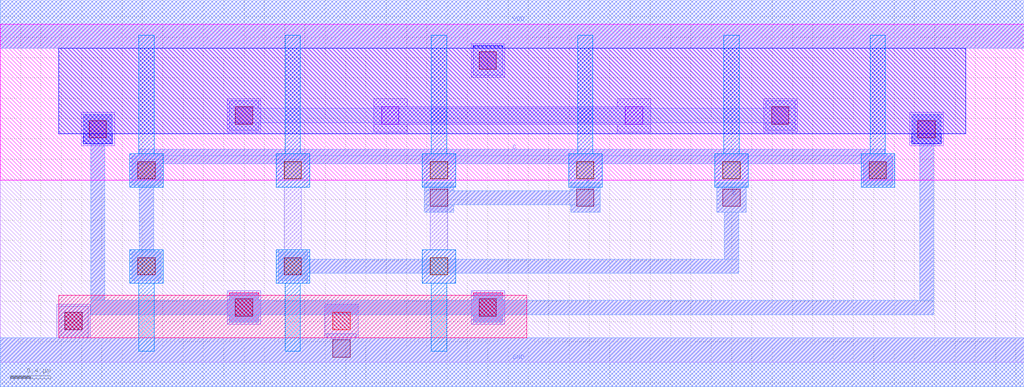
<source format=lef>
MACRO NOR3X1
 CLASS CORE ;
 FOREIGN NOR3X1 0 0 ;
 ORIGIN 0 0 ;
 SYMMETRY X Y R90 ;
 SITE UNIT ;
  PIN VDD
   DIRECTION INOUT ;
   USE SIGNAL ;
   SHAPE ABUTMENT ;
    PORT
     CLASS CORE ;
       LAYER metal2 ;
        RECT 0.00000000 3.09000000 10.08000000 3.57000000 ;
    END
  END VDD

  PIN GND
   DIRECTION INOUT ;
   USE SIGNAL ;
   SHAPE ABUTMENT ;
    PORT
     CLASS CORE ;
       LAYER metal2 ;
        RECT 0.00000000 -0.24000000 10.08000000 0.24000000 ;
    END
  END GND

  PIN Y
   DIRECTION INOUT ;
   USE SIGNAL ;
   SHAPE ABUTMENT ;
    PORT
     CLASS CORE ;
       LAYER metal2 ;
        RECT 2.25500000 0.39500000 2.54500000 0.47000000 ;
        RECT 4.65500000 0.39500000 4.94500000 0.47000000 ;
        RECT 0.89000000 0.47000000 9.19000000 0.61000000 ;
        RECT 2.25500000 0.61000000 2.54500000 0.68500000 ;
        RECT 4.65500000 0.61000000 4.94500000 0.68500000 ;
        RECT 0.89000000 0.61000000 1.03000000 2.15000000 ;
        RECT 9.05000000 0.61000000 9.19000000 2.15000000 ;
        RECT 0.81500000 2.15000000 1.10500000 2.44000000 ;
        RECT 8.97500000 2.15000000 9.26500000 2.44000000 ;
    END
  END Y

  PIN C
   DIRECTION INOUT ;
   USE SIGNAL ;
   SHAPE ABUTMENT ;
    PORT
     CLASS CORE ;
       LAYER metal2 ;
        RECT 1.29500000 0.80000000 1.58500000 1.09000000 ;
        RECT 1.37000000 1.09000000 1.51000000 1.74500000 ;
        RECT 1.29500000 1.74500000 1.58500000 1.95500000 ;
        RECT 8.49500000 1.74500000 8.78500000 1.95500000 ;
        RECT 1.29500000 1.95500000 8.78500000 2.03500000 ;
        RECT 1.37000000 2.03500000 8.71000000 2.09500000 ;
    END
  END C

  PIN B
   DIRECTION INOUT ;
   USE SIGNAL ;
   SHAPE ABUTMENT ;
    PORT
     CLASS CORE ;
       LAYER metal2 ;
        RECT 2.73500000 0.80000000 3.02500000 0.87500000 ;
        RECT 2.73500000 0.87500000 7.27000000 1.01500000 ;
        RECT 2.73500000 1.01500000 3.02500000 1.09000000 ;
        RECT 7.13000000 1.01500000 7.27000000 1.47500000 ;
        RECT 7.05500000 1.47500000 7.34500000 1.76500000 ;
    END
  END B

  PIN A
   DIRECTION INOUT ;
   USE SIGNAL ;
   SHAPE ABUTMENT ;
    PORT
     CLASS CORE ;
       LAYER metal2 ;
        RECT 4.17500000 1.47500000 4.46500000 1.55000000 ;
        RECT 5.61500000 1.47500000 5.90500000 1.55000000 ;
        RECT 4.17500000 1.55000000 5.90500000 1.69000000 ;
        RECT 4.17500000 1.69000000 4.46500000 1.76500000 ;
        RECT 5.61500000 1.69000000 5.90500000 1.76500000 ;
    END
  END A

  OBS
   LAYER abutment_box ;
    RECT 0.00000000 0.00000000 10.08000000 3.33000000 ;
  END

  OBS
   LAYER metal1 ;
    RECT 0.55500000 0.24000000 0.88500000 0.57000000 ;
    RECT 3.27500000 0.05000000 3.44500000 0.24000000 ;
    RECT 3.19500000 0.24000000 3.52500000 0.57000000 ;
    RECT 2.23500000 0.37500000 2.56500000 0.70500000 ;
    RECT 4.63500000 0.37500000 4.96500000 0.70500000 ;
    RECT 1.27500000 0.78000000 1.60500000 1.11000000 ;
    RECT 1.27500000 1.72500000 1.60500000 2.05500000 ;
    RECT 2.71500000 0.78000000 3.04500000 1.11000000 ;
    RECT 2.79500000 1.11000000 2.96500000 1.72500000 ;
    RECT 2.71500000 1.72500000 3.04500000 2.05500000 ;
    RECT 4.15500000 0.78000000 4.48500000 1.11000000 ;
    RECT 4.23500000 1.11000000 4.40500000 1.72500000 ;
    RECT 4.15500000 1.72500000 4.48500000 2.05500000 ;
    RECT 5.67500000 1.53500000 5.84500000 1.72500000 ;
    RECT 5.59500000 1.72500000 5.92500000 2.05500000 ;
    RECT 7.11500000 1.53500000 7.28500000 1.72500000 ;
    RECT 7.03500000 1.72500000 7.36500000 2.05500000 ;
    RECT 8.47500000 1.72500000 8.80500000 2.05500000 ;
    RECT 0.79500000 2.13000000 1.12500000 2.46000000 ;
    RECT 8.95500000 2.13000000 9.28500000 2.46000000 ;
    RECT 2.23500000 2.26500000 2.56500000 2.59500000 ;
    RECT 3.67500000 2.26500000 4.00500000 2.34500000 ;
    RECT 6.07500000 2.26500000 6.40500000 2.34500000 ;
    RECT 3.67500000 2.34500000 6.40500000 2.51500000 ;
    RECT 3.67500000 2.51500000 4.00500000 2.59500000 ;
    RECT 6.07500000 2.51500000 6.40500000 2.59500000 ;
    RECT 7.51500000 2.26500000 7.84500000 2.59500000 ;
    RECT 4.63500000 2.80500000 4.96500000 3.13500000 ;
  END

  OBS
   LAYER metal1_label ;

  END

  OBS
   LAYER metal1_pin ;

  END

  OBS
   LAYER metal2 ;
    RECT 0.00000000 -0.24000000 10.08000000 0.24000000 ;
    RECT 3.21500000 0.24000000 3.50500000 0.28000000 ;
    RECT 0.57500000 0.24000000 0.86500000 0.55000000 ;
    RECT 4.17500000 1.47500000 4.46500000 1.55000000 ;
    RECT 5.61500000 1.47500000 5.90500000 1.55000000 ;
    RECT 4.17500000 1.55000000 5.90500000 1.69000000 ;
    RECT 4.17500000 1.69000000 4.46500000 1.76500000 ;
    RECT 5.61500000 1.69000000 5.90500000 1.76500000 ;
    RECT 2.73500000 0.80000000 3.02500000 0.87500000 ;
    RECT 2.73500000 0.87500000 7.27000000 1.01500000 ;
    RECT 2.73500000 1.01500000 3.02500000 1.09000000 ;
    RECT 7.13000000 1.01500000 7.27000000 1.47500000 ;
    RECT 7.05500000 1.47500000 7.34500000 1.76500000 ;
    RECT 1.29500000 0.80000000 1.58500000 1.09000000 ;
    RECT 1.37000000 1.09000000 1.51000000 1.74500000 ;
    RECT 1.29500000 1.74500000 1.58500000 1.95500000 ;
    RECT 8.49500000 1.74500000 8.78500000 1.95500000 ;
    RECT 1.29500000 1.95500000 8.78500000 2.03500000 ;
    RECT 1.37000000 2.03500000 8.71000000 2.09500000 ;
    RECT 2.25500000 0.39500000 2.54500000 0.47000000 ;
    RECT 4.65500000 0.39500000 4.94500000 0.47000000 ;
    RECT 0.89000000 0.47000000 9.19000000 0.61000000 ;
    RECT 2.25500000 0.61000000 2.54500000 0.68500000 ;
    RECT 4.65500000 0.61000000 4.94500000 0.68500000 ;
    RECT 0.89000000 0.61000000 1.03000000 2.15000000 ;
    RECT 9.05000000 0.61000000 9.19000000 2.15000000 ;
    RECT 0.81500000 2.15000000 1.10500000 2.44000000 ;
    RECT 8.97500000 2.15000000 9.26500000 2.44000000 ;
    RECT 2.25500000 2.28500000 2.54500000 2.36000000 ;
    RECT 7.53500000 2.28500000 7.82500000 2.36000000 ;
    RECT 2.25500000 2.36000000 7.82500000 2.50000000 ;
    RECT 2.25500000 2.50000000 2.54500000 2.57500000 ;
    RECT 7.53500000 2.50000000 7.82500000 2.57500000 ;
    RECT 4.65500000 2.82500000 4.94500000 3.09000000 ;
    RECT 0.00000000 3.09000000 10.08000000 3.57000000 ;
  END

  OBS
   LAYER metal2_label ;

  END

  OBS
   LAYER metal2_pin ;
    RECT 0.00000000 -0.24000000 10.08000000 0.24000000 ;
    RECT 4.17500000 1.47500000 4.46500000 1.55000000 ;
    RECT 5.61500000 1.47500000 5.90500000 1.55000000 ;
    RECT 4.17500000 1.55000000 5.90500000 1.69000000 ;
    RECT 4.17500000 1.69000000 4.46500000 1.76500000 ;
    RECT 5.61500000 1.69000000 5.90500000 1.76500000 ;
    RECT 2.73500000 0.80000000 3.02500000 0.87500000 ;
    RECT 2.73500000 0.87500000 7.27000000 1.01500000 ;
    RECT 2.73500000 1.01500000 3.02500000 1.09000000 ;
    RECT 7.13000000 1.01500000 7.27000000 1.47500000 ;
    RECT 7.05500000 1.47500000 7.34500000 1.76500000 ;
    RECT 1.29500000 0.80000000 1.58500000 1.09000000 ;
    RECT 1.37000000 1.09000000 1.51000000 1.74500000 ;
    RECT 1.29500000 1.74500000 1.58500000 1.95500000 ;
    RECT 8.49500000 1.74500000 8.78500000 1.95500000 ;
    RECT 1.29500000 1.95500000 8.78500000 2.03500000 ;
    RECT 1.37000000 2.03500000 8.71000000 2.09500000 ;
    RECT 2.25500000 0.39500000 2.54500000 0.47000000 ;
    RECT 4.65500000 0.39500000 4.94500000 0.47000000 ;
    RECT 0.89000000 0.47000000 9.19000000 0.61000000 ;
    RECT 2.25500000 0.61000000 2.54500000 0.68500000 ;
    RECT 4.65500000 0.61000000 4.94500000 0.68500000 ;
    RECT 0.89000000 0.61000000 1.03000000 2.15000000 ;
    RECT 9.05000000 0.61000000 9.19000000 2.15000000 ;
    RECT 0.81500000 2.15000000 1.10500000 2.44000000 ;
    RECT 8.97500000 2.15000000 9.26500000 2.44000000 ;
    RECT 0.00000000 3.09000000 10.08000000 3.57000000 ;
  END

  OBS
   LAYER ndiff_contact ;
    RECT 0.63500000 0.32000000 0.80500000 0.49000000 ;
    RECT 3.27500000 0.32000000 3.44500000 0.49000000 ;
    RECT 2.31500000 0.45500000 2.48500000 0.62500000 ;
    RECT 4.71500000 0.45500000 4.88500000 0.62500000 ;
  END

  OBS
   LAYER ndiffusion ;
    RECT 0.57500000 0.24000000 5.18500000 0.66000000 ;
    RECT 2.25500000 0.66000000 2.54500000 0.68500000 ;
    RECT 4.65500000 0.66000000 4.94500000 0.68500000 ;
  END

  OBS
   LAYER nplus ;

  END

  OBS
   LAYER nwell ;
    RECT 0.00000000 1.79000000 10.08000000 3.33000000 ;
  END

  OBS
   LAYER pdiff_contact ;
    RECT 0.87500000 2.21000000 1.04500000 2.38000000 ;
    RECT 9.03500000 2.21000000 9.20500000 2.38000000 ;
    RECT 2.31500000 2.34500000 2.48500000 2.51500000 ;
    RECT 3.75500000 2.34500000 3.92500000 2.51500000 ;
    RECT 6.15500000 2.34500000 6.32500000 2.51500000 ;
    RECT 7.59500000 2.34500000 7.76500000 2.51500000 ;
    RECT 4.71500000 2.88500000 4.88500000 3.05500000 ;
  END

  OBS
   LAYER pdiffusion ;
    RECT 0.81500000 2.15000000 1.10500000 2.25000000 ;
    RECT 8.97500000 2.15000000 9.26500000 2.25000000 ;
    RECT 0.57500000 2.25000000 9.50500000 3.09000000 ;
    RECT 4.65500000 3.09000000 4.94500000 3.11500000 ;
  END

  OBS
   LAYER poly ;
    RECT 1.36500000 0.11000000 1.51500000 0.78000000 ;
    RECT 1.27500000 0.78000000 1.60500000 1.11000000 ;
    RECT 2.80500000 0.11000000 2.95500000 0.78000000 ;
    RECT 2.71500000 0.78000000 3.04500000 1.11000000 ;
    RECT 4.24500000 0.11000000 4.39500000 0.78000000 ;
    RECT 4.15500000 0.78000000 4.48500000 1.11000000 ;
    RECT 1.27500000 1.72500000 1.60500000 2.05500000 ;
    RECT 1.36500000 2.05500000 1.51500000 3.22000000 ;
    RECT 2.71500000 1.72500000 3.04500000 2.05500000 ;
    RECT 2.80500000 2.05500000 2.95500000 3.22000000 ;
    RECT 4.15500000 1.72500000 4.48500000 2.05500000 ;
    RECT 4.24500000 2.05500000 4.39500000 3.22000000 ;
    RECT 5.59500000 1.72500000 5.92500000 2.05500000 ;
    RECT 5.68500000 2.05500000 5.83500000 3.22000000 ;
    RECT 7.03500000 1.72500000 7.36500000 2.05500000 ;
    RECT 7.12500000 2.05500000 7.27500000 3.22000000 ;
    RECT 8.47500000 1.72500000 8.80500000 2.05500000 ;
    RECT 8.56500000 2.05500000 8.71500000 3.22000000 ;
  END

  OBS
   LAYER poly_contact ;
    RECT 1.35500000 0.86000000 1.52500000 1.03000000 ;
    RECT 2.79500000 0.86000000 2.96500000 1.03000000 ;
    RECT 4.23500000 0.86000000 4.40500000 1.03000000 ;
    RECT 1.35500000 1.80500000 1.52500000 1.97500000 ;
    RECT 2.79500000 1.80500000 2.96500000 1.97500000 ;
    RECT 4.23500000 1.80500000 4.40500000 1.97500000 ;
    RECT 5.67500000 1.80500000 5.84500000 1.97500000 ;
    RECT 7.11500000 1.80500000 7.28500000 1.97500000 ;
    RECT 8.55500000 1.80500000 8.72500000 1.97500000 ;
  END

  OBS
   LAYER pplus ;

  END

  OBS
   LAYER via1 ;
    RECT 3.27500000 0.05000000 3.44500000 0.22000000 ;
    RECT 0.63500000 0.32000000 0.80500000 0.49000000 ;
    RECT 2.31500000 0.45500000 2.48500000 0.62500000 ;
    RECT 4.71500000 0.45500000 4.88500000 0.62500000 ;
    RECT 1.35500000 0.86000000 1.52500000 1.03000000 ;
    RECT 2.79500000 0.86000000 2.96500000 1.03000000 ;
    RECT 4.23500000 1.53500000 4.40500000 1.70500000 ;
    RECT 5.67500000 1.53500000 5.84500000 1.70500000 ;
    RECT 7.11500000 1.53500000 7.28500000 1.70500000 ;
    RECT 1.35500000 1.80500000 1.52500000 1.97500000 ;
    RECT 8.55500000 1.80500000 8.72500000 1.97500000 ;
    RECT 0.87500000 2.21000000 1.04500000 2.38000000 ;
    RECT 9.03500000 2.21000000 9.20500000 2.38000000 ;
    RECT 2.31500000 2.34500000 2.48500000 2.51500000 ;
    RECT 7.59500000 2.34500000 7.76500000 2.51500000 ;
    RECT 4.71500000 2.88500000 4.88500000 3.05500000 ;
  END

END NOR3X1

</source>
